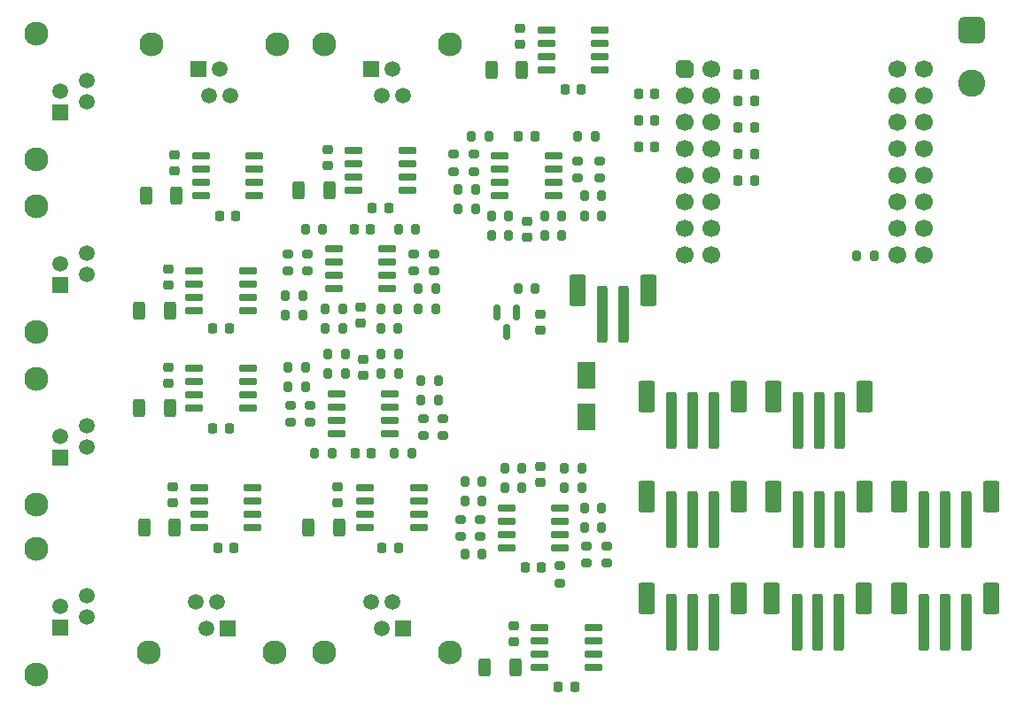
<source format=gbr>
%TF.GenerationSoftware,KiCad,Pcbnew,(6.0.9)*%
%TF.CreationDate,2022-12-08T20:01:15+01:00*%
%TF.ProjectId,floor-heating-controller-s2,666c6f6f-722d-4686-9561-74696e672d63,1*%
%TF.SameCoordinates,Original*%
%TF.FileFunction,Soldermask,Top*%
%TF.FilePolarity,Negative*%
%FSLAX46Y46*%
G04 Gerber Fmt 4.6, Leading zero omitted, Abs format (unit mm)*
G04 Created by KiCad (PCBNEW (6.0.9)) date 2022-12-08 20:01:15*
%MOMM*%
%LPD*%
G01*
G04 APERTURE LIST*
G04 Aperture macros list*
%AMRoundRect*
0 Rectangle with rounded corners*
0 $1 Rounding radius*
0 $2 $3 $4 $5 $6 $7 $8 $9 X,Y pos of 4 corners*
0 Add a 4 corners polygon primitive as box body*
4,1,4,$2,$3,$4,$5,$6,$7,$8,$9,$2,$3,0*
0 Add four circle primitives for the rounded corners*
1,1,$1+$1,$2,$3*
1,1,$1+$1,$4,$5*
1,1,$1+$1,$6,$7*
1,1,$1+$1,$8,$9*
0 Add four rect primitives between the rounded corners*
20,1,$1+$1,$2,$3,$4,$5,0*
20,1,$1+$1,$4,$5,$6,$7,0*
20,1,$1+$1,$6,$7,$8,$9,0*
20,1,$1+$1,$8,$9,$2,$3,0*%
%AMFreePoly0*
4,1,19,-0.850000,0.510000,-0.510000,0.850000,0.255000,0.850000,0.408997,0.829726,0.552500,0.770285,0.675729,0.675729,0.770285,0.552500,0.829726,0.408997,0.850000,0.255000,0.850000,-0.510000,0.510000,-0.850000,-0.255000,-0.850000,-0.408997,-0.829726,-0.552500,-0.770285,-0.675729,-0.675729,-0.770285,-0.552500,-0.829726,-0.408997,-0.850000,-0.255000,-0.850000,0.510000,-0.850000,0.510000,
$1*%
G04 Aperture macros list end*
%ADD10RoundRect,0.250000X-0.250000X-2.500000X0.250000X-2.500000X0.250000X2.500000X-0.250000X2.500000X0*%
%ADD11RoundRect,0.250000X-0.550000X-1.250000X0.550000X-1.250000X0.550000X1.250000X-0.550000X1.250000X0*%
%ADD12RoundRect,0.200000X0.200000X0.275000X-0.200000X0.275000X-0.200000X-0.275000X0.200000X-0.275000X0*%
%ADD13RoundRect,0.200000X-0.275000X0.200000X-0.275000X-0.200000X0.275000X-0.200000X0.275000X0.200000X0*%
%ADD14RoundRect,0.200000X-0.200000X-0.275000X0.200000X-0.275000X0.200000X0.275000X-0.200000X0.275000X0*%
%ADD15RoundRect,0.225000X0.225000X0.250000X-0.225000X0.250000X-0.225000X-0.250000X0.225000X-0.250000X0*%
%ADD16RoundRect,0.225000X-0.250000X0.225000X-0.250000X-0.225000X0.250000X-0.225000X0.250000X0.225000X0*%
%ADD17RoundRect,0.150000X-0.725000X-0.150000X0.725000X-0.150000X0.725000X0.150000X-0.725000X0.150000X0*%
%ADD18RoundRect,0.200000X0.275000X-0.200000X0.275000X0.200000X-0.275000X0.200000X-0.275000X-0.200000X0*%
%ADD19RoundRect,0.225000X-0.225000X-0.250000X0.225000X-0.250000X0.225000X0.250000X-0.225000X0.250000X0*%
%ADD20RoundRect,0.250000X0.312500X0.625000X-0.312500X0.625000X-0.312500X-0.625000X0.312500X-0.625000X0*%
%ADD21C,2.300000*%
%ADD22R,1.500000X1.500000*%
%ADD23C,1.500000*%
%ADD24RoundRect,0.225000X0.250000X-0.225000X0.250000X0.225000X-0.250000X0.225000X-0.250000X-0.225000X0*%
%ADD25FreePoly0,0.000000*%
%ADD26C,1.700000*%
%ADD27RoundRect,0.150000X-0.150000X0.587500X-0.150000X-0.587500X0.150000X-0.587500X0.150000X0.587500X0*%
%ADD28RoundRect,0.650000X-0.650000X0.650000X-0.650000X-0.650000X0.650000X-0.650000X0.650000X0.650000X0*%
%ADD29C,2.600000*%
%ADD30RoundRect,0.150000X0.725000X0.150000X-0.725000X0.150000X-0.725000X-0.150000X0.725000X-0.150000X0*%
%ADD31R,1.800000X2.500000*%
G04 APERTURE END LIST*
D10*
%TO.C,J2*%
X113570000Y-130040000D03*
X115570000Y-130040000D03*
X117570000Y-130040000D03*
D11*
X119970000Y-127790000D03*
X111170000Y-127790000D03*
%TD*%
D12*
%TO.C,R51*%
X94805000Y-107950000D03*
X93155000Y-107950000D03*
%TD*%
D13*
%TO.C,R64*%
X104570000Y-105220000D03*
X104570000Y-106870000D03*
%TD*%
D14*
%TO.C,R27*%
X80709000Y-123698000D03*
X82359000Y-123698000D03*
%TD*%
D15*
%TO.C,C18*%
X84735000Y-111760000D03*
X83185000Y-111760000D03*
%TD*%
D16*
%TO.C,C5*%
X98425000Y-149720000D03*
X98425000Y-151270000D03*
%TD*%
D12*
%TO.C,R25*%
X87439000Y-123698000D03*
X85789000Y-123698000D03*
%TD*%
D17*
%TO.C,U13*%
X83150000Y-104267000D03*
X83150000Y-105537000D03*
X83150000Y-106807000D03*
X83150000Y-108077000D03*
X88300000Y-108077000D03*
X88300000Y-106807000D03*
X88300000Y-105537000D03*
X88300000Y-104267000D03*
%TD*%
D10*
%TO.C,J9*%
X113570000Y-149344000D03*
X115570000Y-149344000D03*
X117570000Y-149344000D03*
D11*
X111170000Y-147094000D03*
X119970000Y-147094000D03*
%TD*%
D14*
%TO.C,R44*%
X85725000Y-119380000D03*
X87375000Y-119380000D03*
%TD*%
D16*
%TO.C,C7*%
X100965000Y-134480000D03*
X100965000Y-136030000D03*
%TD*%
D13*
%TO.C,R61*%
X94615000Y-104585000D03*
X94615000Y-106235000D03*
%TD*%
D18*
%TO.C,R30*%
X91694000Y-131508000D03*
X91694000Y-129858000D03*
%TD*%
D12*
%TO.C,R35*%
X78295000Y-118110000D03*
X76645000Y-118110000D03*
%TD*%
D19*
%TO.C,C25*%
X119907500Y-104555000D03*
X121457500Y-104555000D03*
%TD*%
D14*
%TO.C,R56*%
X105220000Y-110490000D03*
X106870000Y-110490000D03*
%TD*%
D19*
%TO.C,C12*%
X69710000Y-130810000D03*
X71260000Y-130810000D03*
%TD*%
D12*
%TO.C,R20*%
X78549000Y-126873000D03*
X76899000Y-126873000D03*
%TD*%
D20*
%TO.C,R22*%
X65597500Y-128905000D03*
X62672500Y-128905000D03*
%TD*%
D14*
%TO.C,R10*%
X103315000Y-136525000D03*
X104965000Y-136525000D03*
%TD*%
D19*
%TO.C,C17*%
X119907500Y-102015000D03*
X121457500Y-102015000D03*
%TD*%
%TO.C,C8*%
X119907500Y-96935000D03*
X121457500Y-96935000D03*
%TD*%
D16*
%TO.C,C29*%
X80645000Y-104127000D03*
X80645000Y-105677000D03*
%TD*%
D12*
%TO.C,R50*%
X89090000Y-111760000D03*
X87440000Y-111760000D03*
%TD*%
D20*
%TO.C,R54*%
X99252500Y-96520000D03*
X96327500Y-96520000D03*
%TD*%
D21*
%TO.C,J14*%
X52840000Y-121570000D03*
X52840000Y-109570000D03*
D22*
X55140000Y-117100000D03*
D23*
X57680000Y-116080000D03*
X55140000Y-115060000D03*
X57680000Y-114040000D03*
%TD*%
D20*
%TO.C,R37*%
X65597500Y-119525000D03*
X62672500Y-119525000D03*
%TD*%
D17*
%TO.C,U9*%
X81245000Y-113665000D03*
X81245000Y-114935000D03*
X81245000Y-116205000D03*
X81245000Y-117475000D03*
X86395000Y-117475000D03*
X86395000Y-116205000D03*
X86395000Y-114935000D03*
X86395000Y-113665000D03*
%TD*%
D13*
%TO.C,R46*%
X78740000Y-114110000D03*
X78740000Y-115760000D03*
%TD*%
D24*
%TO.C,C23*%
X83820000Y-120790000D03*
X83820000Y-119240000D03*
%TD*%
D20*
%TO.C,R38*%
X66232500Y-108585000D03*
X63307500Y-108585000D03*
%TD*%
D25*
%TO.C,U2*%
X114817500Y-96465000D03*
D26*
X114817500Y-99005000D03*
X114817500Y-101545000D03*
X114817500Y-104085000D03*
X114817500Y-106625000D03*
X114817500Y-109165000D03*
X114817500Y-111705000D03*
X114817500Y-114245000D03*
X137677500Y-114245000D03*
X137677500Y-111705000D03*
X137677500Y-109165000D03*
X137677500Y-106625000D03*
X137677500Y-104085000D03*
X137677500Y-101545000D03*
X137677500Y-99005000D03*
X137677500Y-96465000D03*
X117357500Y-96465000D03*
X117357500Y-99005000D03*
X117357500Y-101545000D03*
X117357500Y-104085000D03*
X117357500Y-106625000D03*
X117357500Y-109165000D03*
X117357500Y-111705000D03*
X117357500Y-114245000D03*
X135137500Y-114245000D03*
X135137500Y-111705000D03*
X135137500Y-109165000D03*
X135137500Y-106625000D03*
X135137500Y-104085000D03*
X135137500Y-101545000D03*
X135137500Y-99005000D03*
X135137500Y-96465000D03*
%TD*%
D14*
%TO.C,R18*%
X93790000Y-142875000D03*
X95440000Y-142875000D03*
%TD*%
%TO.C,R7*%
X105220000Y-138430000D03*
X106870000Y-138430000D03*
%TD*%
D18*
%TO.C,R17*%
X102870000Y-145605000D03*
X102870000Y-143955000D03*
%TD*%
D17*
%TO.C,U7*%
X68380000Y-136525000D03*
X68380000Y-137795000D03*
X68380000Y-139065000D03*
X68380000Y-140335000D03*
X73530000Y-140335000D03*
X73530000Y-139065000D03*
X73530000Y-137795000D03*
X73530000Y-136525000D03*
%TD*%
D19*
%TO.C,C33*%
X119907500Y-107095000D03*
X121457500Y-107095000D03*
%TD*%
D21*
%TO.C,J10*%
X92360000Y-152265000D03*
X80360000Y-152265000D03*
D22*
X87890000Y-149965000D03*
D23*
X86870000Y-147425000D03*
X85850000Y-149965000D03*
X84830000Y-147425000D03*
%TD*%
D14*
%TO.C,R36*%
X89345000Y-117475000D03*
X90995000Y-117475000D03*
%TD*%
D13*
%TO.C,R62*%
X92710000Y-104585000D03*
X92710000Y-106235000D03*
%TD*%
D18*
%TO.C,R15*%
X93345000Y-141160000D03*
X93345000Y-139510000D03*
%TD*%
D19*
%TO.C,C20*%
X70345000Y-110490000D03*
X71895000Y-110490000D03*
%TD*%
D20*
%TO.C,R53*%
X80837500Y-108077000D03*
X77912500Y-108077000D03*
%TD*%
D19*
%TO.C,C27*%
X84950000Y-109728000D03*
X86500000Y-109728000D03*
%TD*%
D18*
%TO.C,R13*%
X107315000Y-143700000D03*
X107315000Y-142050000D03*
%TD*%
D10*
%TO.C,J3*%
X125635000Y-130040000D03*
X127635000Y-130040000D03*
X129635000Y-130040000D03*
D11*
X123235000Y-127790000D03*
X132035000Y-127790000D03*
%TD*%
D12*
%TO.C,R24*%
X78549000Y-124968000D03*
X76899000Y-124968000D03*
%TD*%
D18*
%TO.C,R32*%
X77089000Y-130238000D03*
X77089000Y-128588000D03*
%TD*%
D12*
%TO.C,R8*%
X95440000Y-135890000D03*
X93790000Y-135890000D03*
%TD*%
D18*
%TO.C,R29*%
X89789000Y-131508000D03*
X89789000Y-129858000D03*
%TD*%
D12*
%TO.C,R9*%
X104965000Y-134620000D03*
X103315000Y-134620000D03*
%TD*%
D18*
%TO.C,R14*%
X105410000Y-143700000D03*
X105410000Y-142050000D03*
%TD*%
D14*
%TO.C,R34*%
X79439000Y-133223000D03*
X81089000Y-133223000D03*
%TD*%
%TO.C,R26*%
X85789000Y-125603000D03*
X87439000Y-125603000D03*
%TD*%
%TO.C,R41*%
X80455000Y-121285000D03*
X82105000Y-121285000D03*
%TD*%
D12*
%TO.C,R58*%
X97980000Y-110490000D03*
X96330000Y-110490000D03*
%TD*%
%TO.C,R43*%
X87375000Y-121285000D03*
X85725000Y-121285000D03*
%TD*%
D15*
%TO.C,C16*%
X111932500Y-98840000D03*
X110382500Y-98840000D03*
%TD*%
D14*
%TO.C,R65*%
X94425000Y-102870000D03*
X96075000Y-102870000D03*
%TD*%
D19*
%TO.C,C10*%
X83299000Y-133223000D03*
X84849000Y-133223000D03*
%TD*%
D20*
%TO.C,R21*%
X66067500Y-140335000D03*
X63142500Y-140335000D03*
%TD*%
D16*
%TO.C,C6*%
X81585000Y-136385000D03*
X81585000Y-137935000D03*
%TD*%
D12*
%TO.C,R59*%
X103060000Y-112395000D03*
X101410000Y-112395000D03*
%TD*%
D16*
%TO.C,C30*%
X99060000Y-92570000D03*
X99060000Y-94120000D03*
%TD*%
%TO.C,C13*%
X65875000Y-136385000D03*
X65875000Y-137935000D03*
%TD*%
D12*
%TO.C,R28*%
X82359000Y-125603000D03*
X80709000Y-125603000D03*
%TD*%
D18*
%TO.C,R16*%
X95250000Y-141160000D03*
X95250000Y-139510000D03*
%TD*%
D10*
%TO.C,J5*%
X113570000Y-139565000D03*
X115570000Y-139565000D03*
X117570000Y-139565000D03*
D11*
X119970000Y-137315000D03*
X111170000Y-137315000D03*
%TD*%
D12*
%TO.C,R33*%
X88709000Y-133223000D03*
X87059000Y-133223000D03*
%TD*%
%TO.C,R4*%
X95440000Y-137795000D03*
X93790000Y-137795000D03*
%TD*%
%TO.C,R12*%
X99250000Y-136525000D03*
X97600000Y-136525000D03*
%TD*%
%TO.C,R66*%
X106235000Y-102870000D03*
X104585000Y-102870000D03*
%TD*%
D21*
%TO.C,J17*%
X80360000Y-94115000D03*
X92360000Y-94115000D03*
D22*
X84830000Y-96415000D03*
D23*
X85850000Y-98955000D03*
X86870000Y-96415000D03*
X87890000Y-98955000D03*
%TD*%
D12*
%TO.C,R39*%
X78295000Y-120015000D03*
X76645000Y-120015000D03*
%TD*%
D15*
%TO.C,C24*%
X111932500Y-101380000D03*
X110382500Y-101380000D03*
%TD*%
D21*
%TO.C,J12*%
X52840000Y-142330000D03*
X52840000Y-154330000D03*
D22*
X55140000Y-149860000D03*
D23*
X57680000Y-148840000D03*
X55140000Y-147820000D03*
X57680000Y-146800000D03*
%TD*%
D19*
%TO.C,C3*%
X102730000Y-155575000D03*
X104280000Y-155575000D03*
%TD*%
%TO.C,C19*%
X69710000Y-121285000D03*
X71260000Y-121285000D03*
%TD*%
D16*
%TO.C,C14*%
X65405000Y-124955000D03*
X65405000Y-126505000D03*
%TD*%
D13*
%TO.C,R63*%
X106680000Y-105220000D03*
X106680000Y-106870000D03*
%TD*%
D15*
%TO.C,C26*%
X100470000Y-102870000D03*
X98920000Y-102870000D03*
%TD*%
D10*
%TO.C,J1*%
X106950000Y-119880000D03*
X108950000Y-119880000D03*
D11*
X104550000Y-117630000D03*
X111350000Y-117630000D03*
%TD*%
D17*
%TO.C,U5*%
X84230000Y-136525000D03*
X84230000Y-137795000D03*
X84230000Y-139065000D03*
X84230000Y-140335000D03*
X89380000Y-140335000D03*
X89380000Y-139065000D03*
X89380000Y-137795000D03*
X89380000Y-136525000D03*
%TD*%
D15*
%TO.C,C32*%
X111932500Y-103920000D03*
X110382500Y-103920000D03*
%TD*%
D14*
%TO.C,R57*%
X96330000Y-112395000D03*
X97980000Y-112395000D03*
%TD*%
D10*
%TO.C,J6*%
X125635000Y-139565000D03*
X127635000Y-139565000D03*
X129635000Y-139565000D03*
D11*
X123235000Y-137315000D03*
X132035000Y-137315000D03*
%TD*%
D14*
%TO.C,R1*%
X131255000Y-114300000D03*
X132905000Y-114300000D03*
%TD*%
D16*
%TO.C,C22*%
X66040000Y-104635000D03*
X66040000Y-106185000D03*
%TD*%
D17*
%TO.C,U8*%
X67910000Y-125095000D03*
X67910000Y-126365000D03*
X67910000Y-127635000D03*
X67910000Y-128905000D03*
X73060000Y-128905000D03*
X73060000Y-127635000D03*
X73060000Y-126365000D03*
X73060000Y-125095000D03*
%TD*%
D13*
%TO.C,R47*%
X88900000Y-114110000D03*
X88900000Y-115760000D03*
%TD*%
D24*
%TO.C,C31*%
X99695000Y-112535000D03*
X99695000Y-110985000D03*
%TD*%
D19*
%TO.C,C2*%
X99555000Y-144145000D03*
X101105000Y-144145000D03*
%TD*%
D20*
%TO.C,R5*%
X98617500Y-153670000D03*
X95692500Y-153670000D03*
%TD*%
D14*
%TO.C,R40*%
X89345000Y-119380000D03*
X90995000Y-119380000D03*
%TD*%
%TO.C,R23*%
X89599000Y-126238000D03*
X91249000Y-126238000D03*
%TD*%
D21*
%TO.C,J15*%
X52840000Y-105060000D03*
X52840000Y-93060000D03*
D22*
X55140000Y-100590000D03*
D23*
X57680000Y-99570000D03*
X55140000Y-98550000D03*
X57680000Y-97530000D03*
%TD*%
D19*
%TO.C,C28*%
X103365000Y-98425000D03*
X104915000Y-98425000D03*
%TD*%
%TO.C,C4*%
X85890000Y-142240000D03*
X87440000Y-142240000D03*
%TD*%
D10*
%TO.C,J4*%
X137700000Y-139565000D03*
X139700000Y-139565000D03*
X141700000Y-139565000D03*
D11*
X144100000Y-137315000D03*
X135300000Y-137315000D03*
%TD*%
D14*
%TO.C,R19*%
X89599000Y-128143000D03*
X91249000Y-128143000D03*
%TD*%
D21*
%TO.C,J13*%
X52840000Y-126080000D03*
X52840000Y-138080000D03*
D22*
X55140000Y-133610000D03*
D23*
X57680000Y-132590000D03*
X55140000Y-131570000D03*
X57680000Y-130550000D03*
%TD*%
D12*
%TO.C,R42*%
X82105000Y-119380000D03*
X80455000Y-119380000D03*
%TD*%
D10*
%TO.C,J8*%
X125540000Y-149352000D03*
X127540000Y-149352000D03*
X129540000Y-149352000D03*
D11*
X123140000Y-147102000D03*
X131940000Y-147102000D03*
%TD*%
D27*
%TO.C,U1*%
X98740000Y-119712500D03*
X96840000Y-119712500D03*
X97790000Y-121587500D03*
%TD*%
D17*
%TO.C,U12*%
X97120000Y-104775000D03*
X97120000Y-106045000D03*
X97120000Y-107315000D03*
X97120000Y-108585000D03*
X102270000Y-108585000D03*
X102270000Y-107315000D03*
X102270000Y-106045000D03*
X102270000Y-104775000D03*
%TD*%
D16*
%TO.C,C15*%
X84074000Y-124193000D03*
X84074000Y-125743000D03*
%TD*%
D10*
%TO.C,J7*%
X137700000Y-149344000D03*
X139700000Y-149344000D03*
X141700000Y-149344000D03*
D11*
X144100000Y-147094000D03*
X135300000Y-147094000D03*
%TD*%
D17*
%TO.C,U10*%
X67910000Y-115715000D03*
X67910000Y-116985000D03*
X67910000Y-118255000D03*
X67910000Y-119525000D03*
X73060000Y-119525000D03*
X73060000Y-118255000D03*
X73060000Y-116985000D03*
X73060000Y-115715000D03*
%TD*%
D14*
%TO.C,R3*%
X105220000Y-140335000D03*
X106870000Y-140335000D03*
%TD*%
D28*
%TO.C,J18*%
X142240000Y-92710000D03*
D29*
X142240000Y-97790000D03*
%TD*%
D21*
%TO.C,J11*%
X63590000Y-152265000D03*
X75590000Y-152265000D03*
D22*
X71120000Y-149965000D03*
D23*
X70100000Y-147425000D03*
X69080000Y-149965000D03*
X68060000Y-147425000D03*
%TD*%
D16*
%TO.C,C1*%
X100965000Y-119875000D03*
X100965000Y-121425000D03*
%TD*%
D14*
%TO.C,R11*%
X97600000Y-134620000D03*
X99250000Y-134620000D03*
%TD*%
D30*
%TO.C,U6*%
X86649000Y-131318000D03*
X86649000Y-130048000D03*
X86649000Y-128778000D03*
X86649000Y-127508000D03*
X81499000Y-127508000D03*
X81499000Y-128778000D03*
X81499000Y-130048000D03*
X81499000Y-131318000D03*
%TD*%
D12*
%TO.C,R55*%
X94805000Y-109855000D03*
X93155000Y-109855000D03*
%TD*%
D16*
%TO.C,C21*%
X65405000Y-115575000D03*
X65405000Y-117125000D03*
%TD*%
D12*
%TO.C,R2*%
X100520000Y-117475000D03*
X98870000Y-117475000D03*
%TD*%
D14*
%TO.C,R52*%
X105220000Y-108585000D03*
X106870000Y-108585000D03*
%TD*%
D13*
%TO.C,R45*%
X76835000Y-114110000D03*
X76835000Y-115760000D03*
%TD*%
D30*
%TO.C,U3*%
X102905000Y-142240000D03*
X102905000Y-140970000D03*
X102905000Y-139700000D03*
X102905000Y-138430000D03*
X97755000Y-138430000D03*
X97755000Y-139700000D03*
X97755000Y-140970000D03*
X97755000Y-142240000D03*
%TD*%
D14*
%TO.C,R60*%
X101410000Y-110490000D03*
X103060000Y-110490000D03*
%TD*%
D17*
%TO.C,U11*%
X68545000Y-104775000D03*
X68545000Y-106045000D03*
X68545000Y-107315000D03*
X68545000Y-108585000D03*
X73695000Y-108585000D03*
X73695000Y-107315000D03*
X73695000Y-106045000D03*
X73695000Y-104775000D03*
%TD*%
D20*
%TO.C,R6*%
X81777500Y-140335000D03*
X78852500Y-140335000D03*
%TD*%
D31*
%TO.C,D1*%
X105410000Y-129730000D03*
X105410000Y-125730000D03*
%TD*%
D19*
%TO.C,C9*%
X119907500Y-99475000D03*
X121457500Y-99475000D03*
%TD*%
D17*
%TO.C,U4*%
X100930000Y-149860000D03*
X100930000Y-151130000D03*
X100930000Y-152400000D03*
X100930000Y-153670000D03*
X106080000Y-153670000D03*
X106080000Y-152400000D03*
X106080000Y-151130000D03*
X106080000Y-149860000D03*
%TD*%
D13*
%TO.C,R48*%
X90805000Y-114110000D03*
X90805000Y-115760000D03*
%TD*%
D21*
%TO.C,J16*%
X75850000Y-94115000D03*
X63850000Y-94115000D03*
D22*
X68320000Y-96415000D03*
D23*
X69340000Y-98955000D03*
X70360000Y-96415000D03*
X71380000Y-98955000D03*
%TD*%
D19*
%TO.C,C11*%
X70180000Y-142240000D03*
X71730000Y-142240000D03*
%TD*%
D18*
%TO.C,R31*%
X78994000Y-130238000D03*
X78994000Y-128588000D03*
%TD*%
D17*
%TO.C,U14*%
X101565000Y-92710000D03*
X101565000Y-93980000D03*
X101565000Y-95250000D03*
X101565000Y-96520000D03*
X106715000Y-96520000D03*
X106715000Y-95250000D03*
X106715000Y-93980000D03*
X106715000Y-92710000D03*
%TD*%
D14*
%TO.C,R49*%
X78550000Y-111760000D03*
X80200000Y-111760000D03*
%TD*%
M02*

</source>
